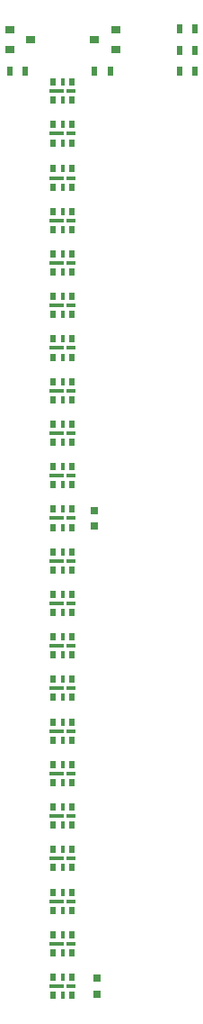
<source format=gbp>
G04 #@! TF.FileFunction,Paste,Bot*
%FSLAX46Y46*%
G04 Gerber Fmt 4.6, Leading zero omitted, Abs format (unit mm)*
G04 Created by KiCad (PCBNEW 4.0.7) date Sun Dec 17 13:28:59 2017*
%MOMM*%
%LPD*%
G01*
G04 APERTURE LIST*
%ADD10C,0.100000*%
%ADD11R,0.750000X0.800000*%
%ADD12R,0.500000X0.800000*%
%ADD13R,0.300000X0.800000*%
%ADD14R,0.950000X0.400000*%
%ADD15R,1.400000X0.400000*%
%ADD16R,0.500000X0.900000*%
%ADD17R,0.900000X0.800000*%
G04 APERTURE END LIST*
D10*
D11*
X60000000Y-87250000D03*
X60000000Y-88750000D03*
X60250000Y-131250000D03*
X60250000Y-132750000D03*
D12*
X56100000Y-83150000D03*
D13*
X57000000Y-83150000D03*
D12*
X57900000Y-83150000D03*
X56100000Y-84850000D03*
D13*
X57000000Y-84850000D03*
D12*
X57900000Y-84850000D03*
D14*
X57825000Y-84000000D03*
D15*
X56400000Y-84000000D03*
D12*
X56100000Y-123150000D03*
D13*
X57000000Y-123150000D03*
D12*
X57900000Y-123150000D03*
X56100000Y-124850000D03*
D13*
X57000000Y-124850000D03*
D12*
X57900000Y-124850000D03*
D14*
X57825000Y-124000000D03*
D15*
X56400000Y-124000000D03*
D12*
X56100000Y-79150000D03*
D13*
X57000000Y-79150000D03*
D12*
X57900000Y-79150000D03*
X56100000Y-80850000D03*
D13*
X57000000Y-80850000D03*
D12*
X57900000Y-80850000D03*
D14*
X57825000Y-80000000D03*
D15*
X56400000Y-80000000D03*
D12*
X56100000Y-119150000D03*
D13*
X57000000Y-119150000D03*
D12*
X57900000Y-119150000D03*
X56100000Y-120850000D03*
D13*
X57000000Y-120850000D03*
D12*
X57900000Y-120850000D03*
D14*
X57825000Y-120000000D03*
D15*
X56400000Y-120000000D03*
D12*
X56100000Y-75150000D03*
D13*
X57000000Y-75150000D03*
D12*
X57900000Y-75150000D03*
X56100000Y-76850000D03*
D13*
X57000000Y-76850000D03*
D12*
X57900000Y-76850000D03*
D14*
X57825000Y-76000000D03*
D15*
X56400000Y-76000000D03*
D12*
X56100000Y-115150000D03*
D13*
X57000000Y-115150000D03*
D12*
X57900000Y-115150000D03*
X56100000Y-116850000D03*
D13*
X57000000Y-116850000D03*
D12*
X57900000Y-116850000D03*
D14*
X57825000Y-116000000D03*
D15*
X56400000Y-116000000D03*
D12*
X56100000Y-71150000D03*
D13*
X57000000Y-71150000D03*
D12*
X57900000Y-71150000D03*
X56100000Y-72850000D03*
D13*
X57000000Y-72850000D03*
D12*
X57900000Y-72850000D03*
D14*
X57825000Y-72000000D03*
D15*
X56400000Y-72000000D03*
D12*
X56100000Y-111150000D03*
D13*
X57000000Y-111150000D03*
D12*
X57900000Y-111150000D03*
X56100000Y-112850000D03*
D13*
X57000000Y-112850000D03*
D12*
X57900000Y-112850000D03*
D14*
X57825000Y-112000000D03*
D15*
X56400000Y-112000000D03*
D12*
X56100000Y-67150000D03*
D13*
X57000000Y-67150000D03*
D12*
X57900000Y-67150000D03*
X56100000Y-68850000D03*
D13*
X57000000Y-68850000D03*
D12*
X57900000Y-68850000D03*
D14*
X57825000Y-68000000D03*
D15*
X56400000Y-68000000D03*
D12*
X56100000Y-107150000D03*
D13*
X57000000Y-107150000D03*
D12*
X57900000Y-107150000D03*
X56100000Y-108850000D03*
D13*
X57000000Y-108850000D03*
D12*
X57900000Y-108850000D03*
D14*
X57825000Y-108000000D03*
D15*
X56400000Y-108000000D03*
D12*
X56100000Y-63150000D03*
D13*
X57000000Y-63150000D03*
D12*
X57900000Y-63150000D03*
X56100000Y-64850000D03*
D13*
X57000000Y-64850000D03*
D12*
X57900000Y-64850000D03*
D14*
X57825000Y-64000000D03*
D15*
X56400000Y-64000000D03*
D12*
X56100000Y-103150000D03*
D13*
X57000000Y-103150000D03*
D12*
X57900000Y-103150000D03*
X56100000Y-104850000D03*
D13*
X57000000Y-104850000D03*
D12*
X57900000Y-104850000D03*
D14*
X57825000Y-104000000D03*
D15*
X56400000Y-104000000D03*
D12*
X56100000Y-59150000D03*
D13*
X57000000Y-59150000D03*
D12*
X57900000Y-59150000D03*
X56100000Y-60850000D03*
D13*
X57000000Y-60850000D03*
D12*
X57900000Y-60850000D03*
D14*
X57825000Y-60000000D03*
D15*
X56400000Y-60000000D03*
D12*
X56100000Y-99150000D03*
D13*
X57000000Y-99150000D03*
D12*
X57900000Y-99150000D03*
X56100000Y-100850000D03*
D13*
X57000000Y-100850000D03*
D12*
X57900000Y-100850000D03*
D14*
X57825000Y-100000000D03*
D15*
X56400000Y-100000000D03*
D12*
X56100000Y-55150000D03*
D13*
X57000000Y-55150000D03*
D12*
X57900000Y-55150000D03*
X56100000Y-56850000D03*
D13*
X57000000Y-56850000D03*
D12*
X57900000Y-56850000D03*
D14*
X57825000Y-56000000D03*
D15*
X56400000Y-56000000D03*
D12*
X56100000Y-95150000D03*
D13*
X57000000Y-95150000D03*
D12*
X57900000Y-95150000D03*
X56100000Y-96850000D03*
D13*
X57000000Y-96850000D03*
D12*
X57900000Y-96850000D03*
D14*
X57825000Y-96000000D03*
D15*
X56400000Y-96000000D03*
D12*
X56100000Y-51000000D03*
D13*
X57000000Y-51000000D03*
D12*
X57900000Y-51000000D03*
X56100000Y-52700000D03*
D13*
X57000000Y-52700000D03*
D12*
X57900000Y-52700000D03*
D14*
X57825000Y-51850000D03*
D15*
X56400000Y-51850000D03*
D12*
X56100000Y-91150000D03*
D13*
X57000000Y-91150000D03*
D12*
X57900000Y-91150000D03*
X56100000Y-92850000D03*
D13*
X57000000Y-92850000D03*
D12*
X57900000Y-92850000D03*
D14*
X57825000Y-92000000D03*
D15*
X56400000Y-92000000D03*
D12*
X56100000Y-47000000D03*
D13*
X57000000Y-47000000D03*
D12*
X57900000Y-47000000D03*
X56100000Y-48700000D03*
D13*
X57000000Y-48700000D03*
D12*
X57900000Y-48700000D03*
D14*
X57825000Y-47850000D03*
D15*
X56400000Y-47850000D03*
D12*
X56100000Y-87150000D03*
D13*
X57000000Y-87150000D03*
D12*
X57900000Y-87150000D03*
X56100000Y-88850000D03*
D13*
X57000000Y-88850000D03*
D12*
X57900000Y-88850000D03*
D14*
X57825000Y-88000000D03*
D15*
X56400000Y-88000000D03*
D16*
X69500000Y-46000000D03*
X68000000Y-46000000D03*
X69500000Y-42000000D03*
X68000000Y-42000000D03*
X69500000Y-44000000D03*
X68000000Y-44000000D03*
D17*
X62000000Y-42050000D03*
X62000000Y-43950000D03*
X60000000Y-43000000D03*
X52000000Y-43950000D03*
X52000000Y-42050000D03*
X54000000Y-43000000D03*
D16*
X61500000Y-46000000D03*
X60000000Y-46000000D03*
X52000000Y-46000000D03*
X53500000Y-46000000D03*
D12*
X56100000Y-127150000D03*
D13*
X57000000Y-127150000D03*
D12*
X57900000Y-127150000D03*
X56100000Y-128850000D03*
D13*
X57000000Y-128850000D03*
D12*
X57900000Y-128850000D03*
D14*
X57825000Y-128000000D03*
D15*
X56400000Y-128000000D03*
D12*
X56100000Y-131150000D03*
D13*
X57000000Y-131150000D03*
D12*
X57900000Y-131150000D03*
X56100000Y-132850000D03*
D13*
X57000000Y-132850000D03*
D12*
X57900000Y-132850000D03*
D14*
X57825000Y-132000000D03*
D15*
X56400000Y-132000000D03*
M02*

</source>
